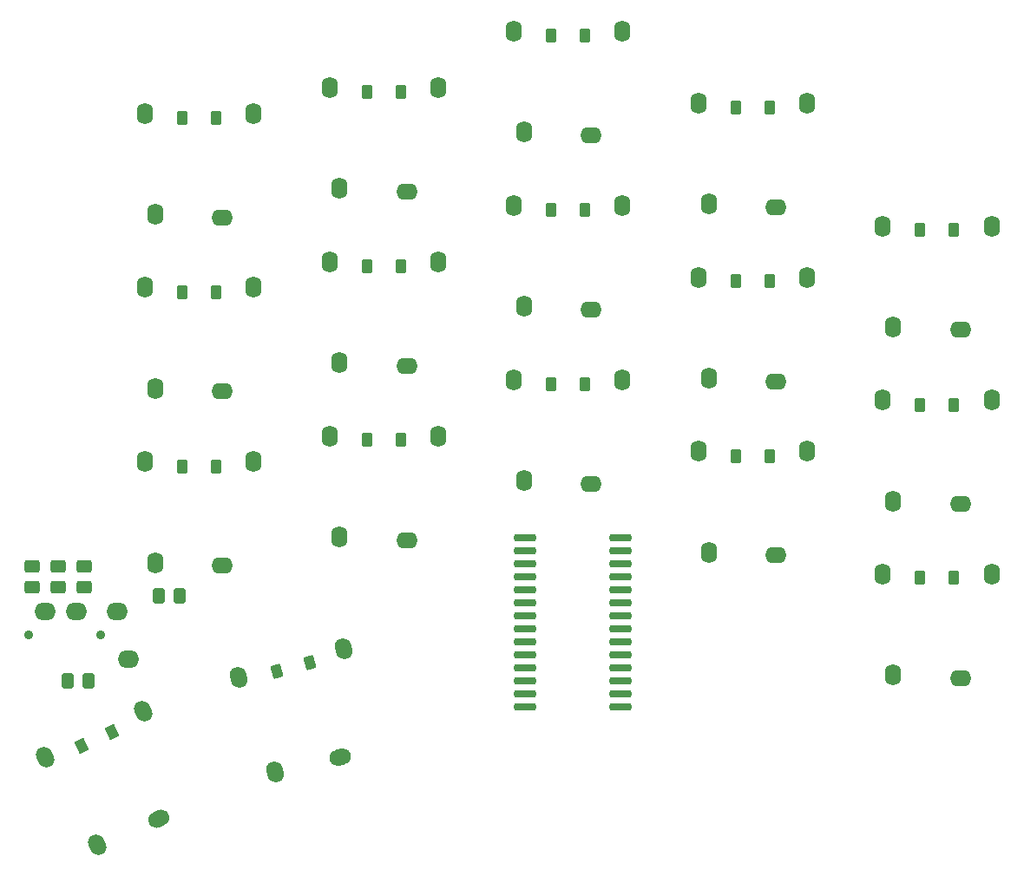
<source format=gbr>
%TF.GenerationSoftware,KiCad,Pcbnew,(6.0.7)*%
%TF.CreationDate,2022-09-28T21:41:44+08:00*%
%TF.ProjectId,ferris_right,66657272-6973-45f7-9269-6768742e6b69,rev?*%
%TF.SameCoordinates,Original*%
%TF.FileFunction,Soldermask,Top*%
%TF.FilePolarity,Negative*%
%FSLAX46Y46*%
G04 Gerber Fmt 4.6, Leading zero omitted, Abs format (unit mm)*
G04 Created by KiCad (PCBNEW (6.0.7)) date 2022-09-28 21:41:44*
%MOMM*%
%LPD*%
G01*
G04 APERTURE LIST*
G04 Aperture macros list*
%AMRoundRect*
0 Rectangle with rounded corners*
0 $1 Rounding radius*
0 $2 $3 $4 $5 $6 $7 $8 $9 X,Y pos of 4 corners*
0 Add a 4 corners polygon primitive as box body*
4,1,4,$2,$3,$4,$5,$6,$7,$8,$9,$2,$3,0*
0 Add four circle primitives for the rounded corners*
1,1,$1+$1,$2,$3*
1,1,$1+$1,$4,$5*
1,1,$1+$1,$6,$7*
1,1,$1+$1,$8,$9*
0 Add four rect primitives between the rounded corners*
20,1,$1+$1,$2,$3,$4,$5,0*
20,1,$1+$1,$4,$5,$6,$7,0*
20,1,$1+$1,$6,$7,$8,$9,0*
20,1,$1+$1,$8,$9,$2,$3,0*%
%AMHorizOval*
0 Thick line with rounded ends*
0 $1 width*
0 $2 $3 position (X,Y) of the first rounded end (center of the circle)*
0 $4 $5 position (X,Y) of the second rounded end (center of the circle)*
0 Add line between two ends*
20,1,$1,$2,$3,$4,$5,0*
0 Add two circle primitives to create the rounded ends*
1,1,$1,$2,$3*
1,1,$1,$4,$5*%
G04 Aperture macros list end*
%ADD10O,1.600000X2.100000*%
%ADD11O,2.100000X1.600000*%
%ADD12RoundRect,0.050000X-0.450000X-0.600000X0.450000X-0.600000X0.450000X0.600000X-0.450000X0.600000X0*%
%ADD13RoundRect,0.050000X-0.154268X-0.733963X0.661409X-0.353606X0.154268X0.733963X-0.661409X0.353606X0*%
%ADD14RoundRect,0.050000X-0.279375X-0.696024X0.589958X-0.463087X0.279375X0.696024X-0.589958X0.463087X0*%
%ADD15C,0.900000*%
%ADD16O,2.100000X1.700000*%
%ADD17HorizOval,1.600000X-0.064705X0.241481X0.064705X-0.241481X0*%
%ADD18HorizOval,1.600000X0.241481X0.064705X-0.241481X-0.064705X0*%
%ADD19HorizOval,1.600000X-0.105655X0.226577X0.105655X-0.226577X0*%
%ADD20HorizOval,1.600000X0.226577X0.105655X-0.226577X-0.105655X0*%
%ADD21RoundRect,0.300000X-0.325000X-0.450000X0.325000X-0.450000X0.325000X0.450000X-0.325000X0.450000X0*%
%ADD22RoundRect,0.300000X0.450000X-0.325000X0.450000X0.325000X-0.450000X0.325000X-0.450000X-0.325000X0*%
%ADD23RoundRect,0.200000X-0.875000X-0.150000X0.875000X-0.150000X0.875000X0.150000X-0.875000X0.150000X0*%
%ADD24RoundRect,0.300000X0.325000X0.450000X-0.325000X0.450000X-0.325000X-0.450000X0.325000X-0.450000X0*%
%ADD25RoundRect,0.300000X-0.450000X0.325000X-0.450000X-0.325000X0.450000X-0.325000X0.450000X0.325000X0*%
G04 APERTURE END LIST*
D10*
%TO.C,K2_5*%
X137700000Y-69100000D03*
D11*
X144250000Y-69400000D03*
D10*
X147300000Y-59250000D03*
X136700000Y-59250000D03*
%TD*%
D12*
%TO.C,D0_8*%
X194350000Y-24700000D03*
X197650000Y-24700000D03*
%TD*%
%TO.C,D0_7*%
X176350000Y-17700000D03*
X179650000Y-17700000D03*
%TD*%
%TO.C,D0_6*%
X158350000Y-23200000D03*
X161650000Y-23200000D03*
%TD*%
%TO.C,D0_9*%
X212350000Y-36600000D03*
X215650000Y-36600000D03*
%TD*%
%TO.C,D0_5*%
X140350000Y-25700000D03*
X143650000Y-25700000D03*
%TD*%
%TO.C,D1_5*%
X140350000Y-42700000D03*
X143650000Y-42700000D03*
%TD*%
%TO.C,D1_6*%
X158350000Y-40200000D03*
X161650000Y-40200000D03*
%TD*%
%TO.C,D1_7*%
X176350000Y-34700000D03*
X179650000Y-34700000D03*
%TD*%
%TO.C,D1_8*%
X194350000Y-41600000D03*
X197650000Y-41600000D03*
%TD*%
%TO.C,D1_9*%
X212350000Y-53700000D03*
X215650000Y-53700000D03*
%TD*%
%TO.C,D2_6*%
X158350000Y-57100000D03*
X161650000Y-57100000D03*
%TD*%
%TO.C,D2_9*%
X212350000Y-70600000D03*
X215650000Y-70600000D03*
%TD*%
%TO.C,D2_8*%
X194350000Y-58700000D03*
X197650000Y-58700000D03*
%TD*%
%TO.C,D2_5*%
X140350000Y-59700000D03*
X143650000Y-59700000D03*
%TD*%
%TO.C,D2_7*%
X176350000Y-51700000D03*
X179650000Y-51700000D03*
%TD*%
D13*
%TO.C,D3_5*%
X133490731Y-85642561D03*
X130499915Y-87037201D03*
%TD*%
D14*
%TO.C,D3_6*%
X152760304Y-78897004D03*
X149572748Y-79751106D03*
%TD*%
D15*
%TO.C,Jack1*%
X132392500Y-76200000D03*
X125392500Y-76200000D03*
D16*
X129992500Y-73900000D03*
X126992500Y-73900000D03*
X135092500Y-78500000D03*
X133992500Y-73900000D03*
%TD*%
D10*
%TO.C,K0_9*%
X209700000Y-46100000D03*
D11*
X216250000Y-46400000D03*
D10*
X219300000Y-36250000D03*
X208700000Y-36250000D03*
%TD*%
%TO.C,K0_8*%
X191700000Y-34100000D03*
D11*
X198250000Y-34400000D03*
D10*
X201300000Y-24250000D03*
X190700000Y-24250000D03*
%TD*%
%TO.C,K0_5*%
X137700000Y-35100000D03*
D11*
X144250000Y-35400000D03*
D10*
X147300000Y-25250000D03*
X136700000Y-25250000D03*
%TD*%
%TO.C,K0_6*%
X155700000Y-32600000D03*
D11*
X162250000Y-32900000D03*
D10*
X165300000Y-22750000D03*
X154700000Y-22750000D03*
%TD*%
%TO.C,K0_7*%
X173700000Y-27100000D03*
D11*
X180250000Y-27400000D03*
D10*
X183300000Y-17250000D03*
X172700000Y-17250000D03*
%TD*%
%TO.C,K1_9*%
X209700000Y-63100000D03*
D11*
X216250000Y-63400000D03*
D10*
X219300000Y-53250000D03*
X208700000Y-53250000D03*
%TD*%
%TO.C,K1_8*%
X191700000Y-51100000D03*
D11*
X198250000Y-51400000D03*
D10*
X201300000Y-41250000D03*
X190700000Y-41250000D03*
%TD*%
%TO.C,K1_7*%
X173700000Y-44100000D03*
D11*
X180250000Y-44400000D03*
D10*
X183300000Y-34250000D03*
X172700000Y-34250000D03*
%TD*%
%TO.C,K1_6*%
X155700000Y-49600000D03*
D11*
X162250000Y-49900000D03*
D10*
X165300000Y-39750000D03*
X154700000Y-39750000D03*
%TD*%
%TO.C,K1_5*%
X137700000Y-52100000D03*
D11*
X144250000Y-52400000D03*
D10*
X147300000Y-42250000D03*
X136700000Y-42250000D03*
%TD*%
%TO.C,K2_6*%
X155700000Y-66600000D03*
D11*
X162250000Y-66900000D03*
D10*
X165300000Y-56750000D03*
X154700000Y-56750000D03*
%TD*%
%TO.C,K2_7*%
X173700000Y-61100000D03*
D11*
X180250000Y-61400000D03*
D10*
X183300000Y-51250000D03*
X172700000Y-51250000D03*
%TD*%
%TO.C,K2_8*%
X191700000Y-68100000D03*
D11*
X198250000Y-68400000D03*
D10*
X201300000Y-58250000D03*
X190700000Y-58250000D03*
%TD*%
%TO.C,K2_9*%
X209700000Y-80100000D03*
D11*
X216250000Y-80400000D03*
D10*
X219300000Y-70250000D03*
X208700000Y-70250000D03*
%TD*%
D17*
%TO.C,K3_6*%
X149383021Y-89533198D03*
D18*
X155787481Y-88127711D03*
D17*
X156106541Y-77534165D03*
X145867728Y-80277647D03*
%TD*%
D19*
%TO.C,K3_5*%
X132023957Y-96638295D03*
D20*
X138087058Y-94142038D03*
D19*
X136561722Y-83654028D03*
X126954859Y-88133782D03*
%TD*%
D21*
%TO.C,R7*%
X131200000Y-80645000D03*
X129150000Y-80645000D03*
%TD*%
D22*
%TO.C,C13*%
X130810000Y-71510000D03*
X130810000Y-69460000D03*
%TD*%
%TO.C,C12*%
X128270000Y-71510000D03*
X128270000Y-69460000D03*
%TD*%
D23*
%TO.C,U2*%
X183085000Y-66675000D03*
X183085000Y-67945000D03*
X183085000Y-69215000D03*
X183085000Y-70485000D03*
X183085000Y-71755000D03*
X183085000Y-73025000D03*
X183085000Y-74295000D03*
X183085000Y-75565000D03*
X183085000Y-76835000D03*
X183085000Y-78105000D03*
X183085000Y-79375000D03*
X183085000Y-80645000D03*
X183085000Y-81915000D03*
X183085000Y-83185000D03*
X173785000Y-83185000D03*
X173785000Y-81915000D03*
X173785000Y-80645000D03*
X173785000Y-79375000D03*
X173785000Y-78105000D03*
X173785000Y-76835000D03*
X173785000Y-75565000D03*
X173785000Y-74295000D03*
X173785000Y-73025000D03*
X173785000Y-71755000D03*
X173785000Y-70485000D03*
X173785000Y-69215000D03*
X173785000Y-67945000D03*
X173785000Y-66675000D03*
%TD*%
D24*
%TO.C,R6*%
X140090000Y-72390000D03*
X138040000Y-72390000D03*
%TD*%
D25*
%TO.C,R8*%
X125730000Y-71510000D03*
X125730000Y-69460000D03*
%TD*%
M02*

</source>
